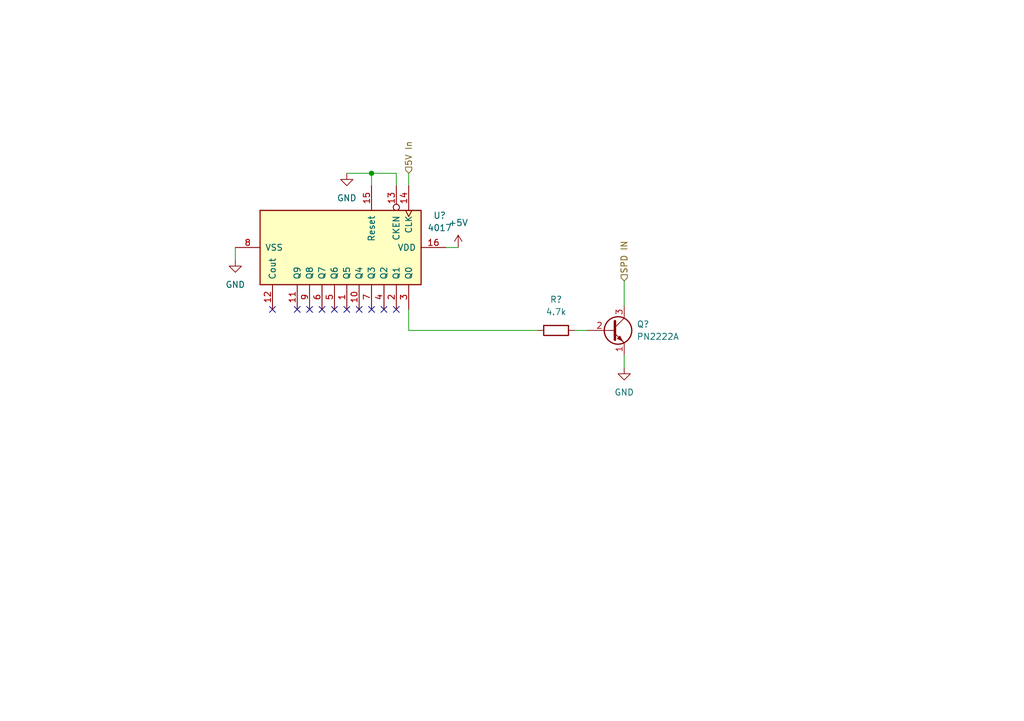
<source format=kicad_sch>
(kicad_sch (version 20211123) (generator eeschema)
  (paper "A5")
  (lib_symbols
    (symbol "4xxx:4017" (pin_names (offset 1.016))
      (property "Reference" "U" (at -7.62 16.51 0))
      (property "Value" "4017" (at -7.62 -19.05 0))
      (symbol "4017_1_0"
        (pin output line (at 12.7 0 180) (length 5.08) (name "Q5") (number "1"))
        (pin output line (at 12.7 2.54 180) (length 5.08) (name "Q4") (number "10"))
        (pin output line (at 12.7 -10.16 180) (length 5.08) (name "Q9") (number "11"))
        (pin output line (at 12.7 -15.24 180) (length 5.08) (name "Cout") (number "12"))
        (pin input inverted (at -12.7 10.16 0) (length 5.08) (name "CKEN") (number "13"))
        (pin input clock (at -12.7 12.7 0) (length 5.08) (name "CLK") (number "14"))
        (pin input line (at -12.7 5.08 0) (length 5.08) (name "Reset") (number "15"))
        (pin power_in line (at 0 20.32 270) (length 5.08) (name "VDD") (number "16"))
        (pin output line (at 12.7 10.16 180) (length 5.08) (name "Q1") (number "2"))
        (pin output line (at 12.7 12.7 180) (length 5.08) (name "Q0") (number "3"))
        (pin output line (at 12.7 7.62 180) (length 5.08) (name "Q2") (number "4"))
        (pin output line (at 12.7 -2.54 180) (length 5.08) (name "Q6") (number "5"))
        (pin output line (at 12.7 -5.08 180) (length 5.08) (name "Q7") (number "6"))
        (pin output line (at 12.7 5.08 180) (length 5.08) (name "Q3") (number "7"))
        (pin power_in line (at 0 -22.86 90) (length 5.08) (name "VSS") (number "8"))
        (pin output line (at 12.7 -7.62 180) (length 5.08) (name "Q8") (number "9"))
      )
      (symbol "4017_1_1"
        (rectangle (start -7.62 15.24) (end 7.62 -17.78) (stroke (width 0.254)) (fill (type background)))
      )
    )
    (symbol "Device:R" (pin_numbers hide) (pin_names (offset 0))
      (property "Reference" "R" (at 2.032 0 90))
      (property "Value" "R" (at 0 0 90))
      (symbol "R_0_1"
        (rectangle (start -1.016 -2.54) (end 1.016 2.54) (stroke (width 0.254)))
      )
      (symbol "R_1_1"
        (pin passive line (at 0 3.81 270) (length 1.27) (name "~") (number "1"))
        (pin passive line (at 0 -3.81 90) (length 1.27) (name "~") (number "2"))
      )
    )
    (symbol "Transistor_BJT:PN2222A" (pin_names (offset 0) hide)
      (property "Reference" "Q" (at 5.08 1.905 0))
      (property "Value" "PN2222A" (at 5.08 0 0))
      (symbol "PN2222A_0_1"
        (polyline (pts (xy 0 0) (xy 0.635 0)))
        (polyline (pts (xy 2.54 -2.54) (xy 0.635 -0.635)))
        (polyline (pts (xy 2.54 2.54) (xy 0.635 0.635)))
        (polyline (pts (xy 0.635 1.905) (xy 0.635 -1.905) (xy 0.635 -1.905)) (stroke (width 0.508)))
        (polyline (pts (xy 2.413 -2.413) (xy 1.905 -1.905) (xy 1.905 -1.905)))
        (polyline (pts (xy 1.143 -1.651) (xy 1.651 -1.143) (xy 2.159 -2.159) (xy 1.143 -1.651) (xy 1.143 -1.651)) (fill (type outline)))
        (circle (center 1.27 0) (radius 2.8194) (stroke (width 0.254)))
      )
      (symbol "PN2222A_1_1"
        (pin passive line (at 2.54 -5.08 90) (length 2.54) (name "E") (number "1"))
        (pin input line (at -5.08 0 0) (length 5.08) (name "B") (number "2"))
        (pin passive line (at 2.54 5.08 270) (length 2.54) (name "C") (number "3"))
      )
    )
    (symbol "power:+5V" (power) (pin_names (offset 0))
      (property "Value" "+5V" (at 0 3.556 0))
      (symbol "+5V_0_1"
        (polyline (pts (xy -0.762 1.27) (xy 0 2.54)))
        (polyline (pts (xy 0 0) (xy 0 2.54)))
        (polyline (pts (xy 0 2.54) (xy 0.762 1.27)))
      )
      (symbol "+5V_1_1"
        (pin power_in line (at 0 0 90) (length 0) hide (name "+5V") (number "1"))
      )
    )
    (symbol "power:GND" (power) (pin_names (offset 0))
      (property "Value" "GND" (at 0 -3.81 0))
      (symbol "GND_0_1"
        (polyline (pts (xy 0 0) (xy 0 -1.27) (xy 1.27 -1.27) (xy 0 -2.54) (xy -1.27 -1.27) (xy 0 -1.27)))
      )
      (symbol "GND_1_1"
        (pin power_in line (at 0 0 270) (length 0) hide (name "GND") (number "1"))
      )
    )
  )
  (junction (at 76.2 35.56))
  (no_connect (at 60.96 63.5))
  (no_connect (at 55.88 63.5))
  (no_connect (at 68.58 63.5))
  (no_connect (at 66.04 63.5))
  (no_connect (at 63.5 63.5))
  (no_connect (at 76.2 63.5))
  (no_connect (at 71.12 63.5))
  (no_connect (at 73.66 63.5))
  (no_connect (at 81.28 63.5))
  (no_connect (at 78.74 63.5))
  (wire (pts (xy 83.82 35.56) (xy 83.82 38.1)))
  (wire (pts (xy 128.016 72.898) (xy 128.016 75.438)))
  (wire (pts (xy 83.82 67.818) (xy 110.236 67.818)))
  (wire (pts (xy 81.28 38.1) (xy 81.28 35.56)))
  (wire (pts (xy 83.82 63.5) (xy 83.82 67.818)))
  (wire (pts (xy 81.28 35.56) (xy 76.2 35.56)))
  (wire (pts (xy 48.26 50.8) (xy 48.26 53.34)))
  (wire (pts (xy 128.016 57.658) (xy 128.016 62.738)))
  (wire (pts (xy 91.44 50.8) (xy 93.98 50.8)))
  (wire (pts (xy 117.856 67.818) (xy 120.396 67.818)))
  (wire (pts (xy 76.2 38.1) (xy 76.2 35.56)))
  (wire (pts (xy 76.2 35.56) (xy 71.12 35.56)))
  (hierarchical_label "5V In" (shape input) (at 83.82 35.56 90))
  (hierarchical_label "SPD IN" (shape input) (at 128.016 57.658 90))
  (symbol (lib_id "Transistor_BJT:PN2222A") (at 125.476 67.818 0) (unit 1)
    (property "Reference" "Q?" (at 130.556 66.5479 0) (effects (justify left)))
    (property "Value" "PN2222A" (at 130.556 69.0879 0) (effects (justify left)))
    (property "Footprint" "Package_TO_SOT_THT:TO-92_Inline" (effects hide))
    (property "Datasheet" "https://www.onsemi.com/pub/Collateral/PN2222-D.PDF" (effects hide))
  )
  (symbol (lib_id "power:GND") (at 71.12 35.56 0) (unit 1)
    (property "Reference" "#PWR?" (effects hide))
    (property "Value" "GND" (at 71.12 40.64 0))
  )
  (symbol (lib_id "power:+5V") (at 93.98 50.8 0) (unit 1)
    (property "Reference" "#PWR?" (effects hide))
    (property "Value" "+5V" (at 93.98 45.72 0))
  )
  (symbol (lib_id "Device:R") (at 114.046 67.818 90) (unit 1)
    (property "Reference" "R?" (at 114.046 61.468 90))
    (property "Value" "4.7k" (at 114.046 64.008 90))
  )
  (symbol (lib_id "4xxx:4017") (at 71.12 50.8 270) (unit 1)
    (property "Reference" "U?" (at 90.17 44.2212 90))
    (property "Value" "4017" (at 90.17 46.7612 90))
    (property "Datasheet" "http://www.intersil.com/content/dam/Intersil/documents/cd40/cd4017bms-22bms.pdf" (effects hide))
  )
  (symbol (lib_id "power:GND") (at 128.016 75.438 0) (unit 1)
    (property "Reference" "#PWR?" (effects hide))
    (property "Value" "GND" (at 128.016 80.518 0))
  )
  (symbol (lib_id "power:GND") (at 48.26 53.34 0) (unit 1)
    (property "Reference" "#PWR?" (effects hide))
    (property "Value" "GND" (at 48.26 58.42 0))
  )
)
</source>
